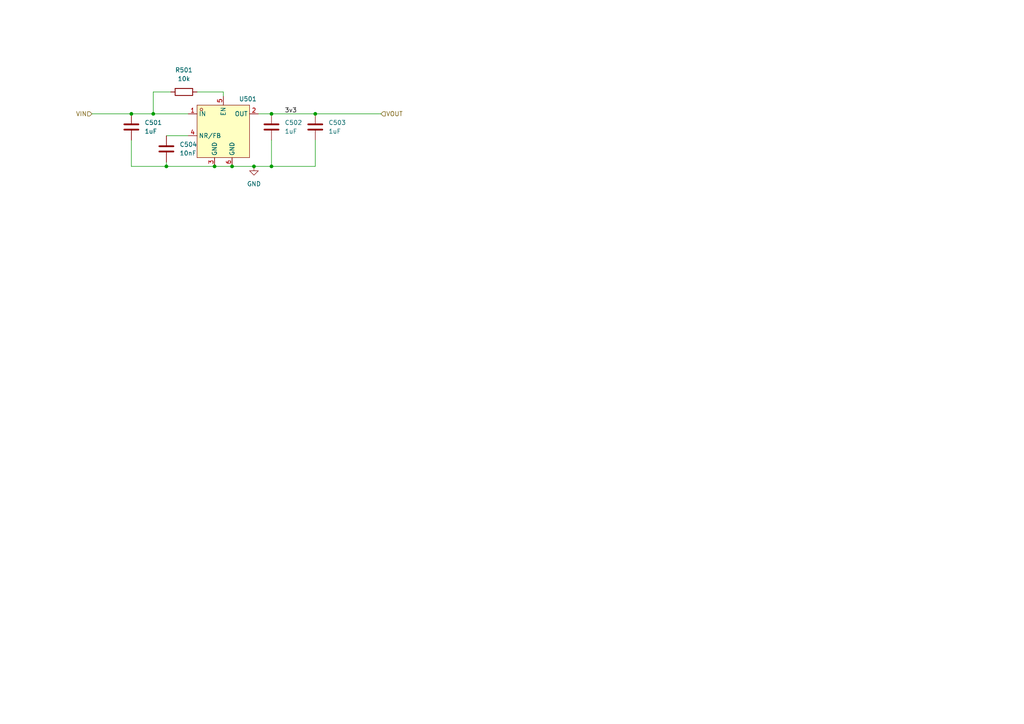
<source format=kicad_sch>
(kicad_sch (version 20231120) (generator "eeschema") (generator_version "8.0")
  (paper "A4")
  (lib_symbols
    (symbol "Device:C" (pin_numbers hide) (pin_names (offset 0.254))
      (property "Reference" "C" (at 0.635 2.54 0))
      (property "Value" "C" (at 0.635 -2.54 0))
      (symbol "C_0_1"
        (polyline (pts (xy -2.032 -0.762) (xy 2.032 -0.762)) (stroke (width 0.508)))
        (polyline (pts (xy -2.032 0.762) (xy 2.032 0.762)) (stroke (width 0.508)))
      )
      (symbol "C_1_1"
        (pin passive line (at 0 3.81 270) (length 2.794) (name "~") (number "1"))
        (pin passive line (at 0 -3.81 90) (length 2.794) (name "~") (number "2"))
      )
    )
    (symbol "Device:R" (pin_numbers hide) (pin_names (offset 0))
      (property "Reference" "R" (at 2.032 0 90))
      (property "Value" "R" (at 0 0 90))
      (symbol "R_0_1"
        (rectangle (start -1.016 -2.54) (end 1.016 2.54) (stroke (width 0.254)))
      )
      (symbol "R_1_1"
        (pin passive line (at 0 3.81 270) (length 1.27) (name "~") (number "1"))
        (pin passive line (at 0 -3.81 90) (length 1.27) (name "~") (number "2"))
      )
    )
    (symbol "easyeda2kicad:TPS73733DCQ_C5220270"
      (property "Reference" "U" (at 0 10.16 0))
      (property "Value" "TPS73733DCQ_C5220270" (at 0 -10.16 0))
      (symbol "TPS73733DCQ_C5220270_0_1"
        (rectangle (start -7.62 7.62) (end 7.62 -7.62) (fill (type background)))
        (circle (center -6.35 6.35) (radius 0.38))
        (pin unspecified line (at -10.16 5.08 0) (length 2.54) (name "IN") (number "1"))
        (pin unspecified line (at 10.16 5.08 180) (length 2.54) (name "OUT") (number "2"))
        (pin unspecified line (at -2.54 -10.16 90) (length 2.54) (name "GND") (number "3"))
        (pin unspecified line (at -10.16 -1.27 0) (length 2.54) (name "NR/FB") (number "4"))
        (pin unspecified line (at 0 10.16 270) (length 2.54) (name "EN") (number "5"))
        (pin unspecified line (at 2.54 -10.16 90) (length 2.54) (name "GND") (number "6"))
      )
    )
    (symbol "power:GND" (power) (pin_numbers hide) (pin_names (offset 0) hide)
      (property "Value" "GND" (at 0 -3.81 0))
      (symbol "GND_0_1"
        (polyline (pts (xy 0 0) (xy 0 -1.27) (xy 1.27 -1.27) (xy 0 -2.54) (xy -1.27 -1.27) (xy 0 -1.27)))
      )
      (symbol "GND_1_1"
        (pin power_in line (at 0 0 270) (length 0) (name "~") (number "1"))
      )
    )
  )
  (junction (at 48.26 48.26))
  (junction (at 62.23 48.26))
  (junction (at 73.66 48.26))
  (junction (at 91.44 33.02))
  (junction (at 44.45 33.02))
  (junction (at 67.31 48.26))
  (junction (at 78.74 48.26))
  (junction (at 78.74 33.02))
  (junction (at 38.1 33.02))
  (wire (pts (xy 73.66 48.26) (xy 67.31 48.26)))
  (wire (pts (xy 26.67 33.02) (xy 38.1 33.02)))
  (wire (pts (xy 48.26 48.26) (xy 62.23 48.26)))
  (wire (pts (xy 48.26 46.99) (xy 48.26 48.26)))
  (wire (pts (xy 62.23 48.26) (xy 67.31 48.26)))
  (wire (pts (xy 78.74 48.26) (xy 73.66 48.26)))
  (wire (pts (xy 44.45 33.02) (xy 54.61 33.02)))
  (wire (pts (xy 78.74 33.02) (xy 91.44 33.02)))
  (wire (pts (xy 48.26 39.37) (xy 54.61 39.37)))
  (wire (pts (xy 78.74 48.26) (xy 91.44 48.26)))
  (wire (pts (xy 91.44 40.64) (xy 91.44 48.26)))
  (wire (pts (xy 57.15 26.67) (xy 64.77 26.67)))
  (wire (pts (xy 49.53 26.67) (xy 44.45 26.67)))
  (wire (pts (xy 74.93 33.02) (xy 78.74 33.02)))
  (wire (pts (xy 38.1 48.26) (xy 48.26 48.26)))
  (wire (pts (xy 91.44 33.02) (xy 110.49 33.02)))
  (wire (pts (xy 64.77 26.67) (xy 64.77 27.94)))
  (wire (pts (xy 44.45 26.67) (xy 44.45 33.02)))
  (wire (pts (xy 38.1 40.64) (xy 38.1 48.26)))
  (wire (pts (xy 78.74 40.64) (xy 78.74 48.26)))
  (wire (pts (xy 38.1 33.02) (xy 44.45 33.02)))
  (label "3v3" (at 82.55 33.02 0))
  (hierarchical_label "VIN" (shape input) (at 26.67 33.02 180))
  (hierarchical_label "VOUT" (shape input) (at 110.49 33.02 0))
  (symbol (lib_id "Device:C") (at 48.26 43.18 0) (unit 1)
    (property "Reference" "C504" (at 52.07 41.9099 0) (effects (justify left)))
    (property "Value" "10nF" (at 52.07 44.4499 0) (effects (justify left)))
    (property "Footprint" "Capacitor_SMD:C_0603_1608Metric" (effects (hide yes)))
    (property "Description" "Unpolarized capacitor" (effects (hide yes)))
  )
  (symbol (lib_id "power:GND") (at 73.66 48.26 0) (unit 1)
    (property "Reference" "#PWR0501" (effects (hide yes)))
    (property "Value" "GND" (at 73.66 53.34 0))
    (property "Description" "Power symbol creates a global label with name \"GND\" , ground" (effects (hide yes)))
  )
  (symbol (lib_id "Device:C") (at 78.74 36.83 0) (unit 1)
    (property "Reference" "C502" (at 82.55 35.5599 0) (effects (justify left)))
    (property "Value" "1uF" (at 82.55 38.0999 0) (effects (justify left)))
    (property "Footprint" "Capacitor_SMD:C_0603_1608Metric" (effects (hide yes)))
    (property "Description" "Unpolarized capacitor" (effects (hide yes)))
  )
  (symbol (lib_id "Device:R") (at 53.34 26.67 90) (unit 1)
    (property "Reference" "R501" (at 53.34 20.32 90))
    (property "Value" "10k" (at 53.34 22.86 90))
    (property "Footprint" "Resistor_SMD:R_0603_1608Metric" (effects (hide yes)))
    (property "Description" "Resistor" (effects (hide yes)))
  )
  (symbol (lib_id "Device:C") (at 91.44 36.83 0) (unit 1)
    (property "Reference" "C503" (at 95.25 35.5599 0) (effects (justify left)))
    (property "Value" "1uF" (at 95.25 38.0999 0) (effects (justify left)))
    (property "Footprint" "Capacitor_SMD:C_0603_1608Metric" (effects (hide yes)))
    (property "Description" "Unpolarized capacitor" (effects (hide yes)))
  )
  (symbol (lib_id "Device:C") (at 38.1 36.83 0) (unit 1)
    (property "Reference" "C501" (at 41.91 35.5599 0) (effects (justify left)))
    (property "Value" "1uF" (at 41.91 38.0999 0) (effects (justify left)))
    (property "Footprint" "Capacitor_SMD:C_0603_1608Metric" (effects (hide yes)))
    (property "Description" "Unpolarized capacitor" (effects (hide yes)))
  )
  (symbol (lib_id "easyeda2kicad:TPS73733DCQ_C5220270") (at 64.77 38.1 0) (unit 1)
    (property "Reference" "U501" (at 71.882 28.702 0))
    (property "Value" "TPS73733DCQ_C5220270" (effects (hide yes)))
    (property "Footprint" "easyeda2kicad:SOT-223-6_L6.5-W3.5-P1.27-LS7.0-BR" (effects (hide yes)))
    (property "LCSC Part" "C5220270" (effects (hide yes)))
  )
)
</source>
